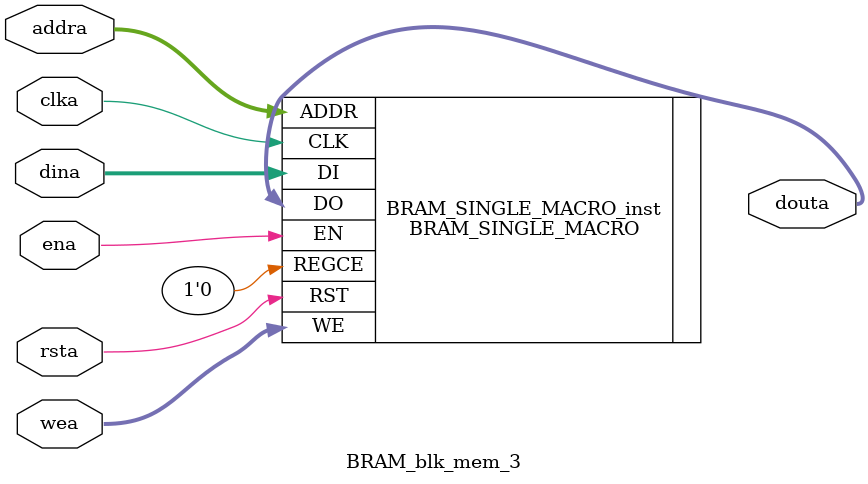
<source format=v>
`timescale 1ns/1ps

module BRAM_blk_mem_3 (
  clka,
  ena,
  wea,
  addra,
  dina,
  douta,
  rsta
);


input wire clka;

input wire ena;

input wire rsta;

input wire [1 : 0] wea;

input wire [9 : 0] addra;

input wire [15 : 0] dina;

output wire [15 : 0] douta;


// BRAM_SINGLE_MACRO : In order to incorporate this function into the design,
//   Verilog   : the following instance declaration needs to be placed
//  instance   : in the body of the design code.  The instance name
// declaration : (BRAM_SINGLE_MACRO_inst) and/or the port declarations within the
//    code     : parenthesis may be changed to properly reference and
//             : connect this function to the design.  All inputs
//             : and outputs must be connected.

//  <-----Cut code below this line---->

   // BRAM_SINGLE_MACRO: Single Port RAM
   //                    Artix-7
   // Xilinx HDL Language Template, version 2016.4
   
   /////////////////////////////////////////////////////////////////////
   //  READ_WIDTH | BRAM_SIZE | READ Depth  | ADDR Width |            //
   // WRITE_WIDTH |           | WRITE Depth |            |  WE Width  //
   // ============|===========|=============|============|============//
   //    37-72    |  "36Kb"   |      512    |    9-bit   |    8-bit   //
   //    19-36    |  "36Kb"   |     1024    |   10-bit   |    4-bit   //
   //    19-36    |  "18Kb"   |      512    |    9-bit   |    4-bit   //
   //    10-18    |  "36Kb"   |     2048    |   11-bit   |    2-bit   //
   //    10-18    |  "18Kb"   |     1024    |   10-bit   |    2-bit   //
   //     5-9     |  "36Kb"   |     4096    |   12-bit   |    1-bit   //
   //     5-9     |  "18Kb"   |     2048    |   11-bit   |    1-bit   //
   //     3-4     |  "36Kb"   |     8192    |   13-bit   |    1-bit   //
   //     3-4     |  "18Kb"   |     4096    |   12-bit   |    1-bit   //
   //       2     |  "36Kb"   |    16384    |   14-bit   |    1-bit   //
   //       2     |  "18Kb"   |     8192    |   13-bit   |    1-bit   //
   //       1     |  "36Kb"   |    32768    |   15-bit   |    1-bit   //
   //       1     |  "18Kb"   |    16384    |   14-bit   |    1-bit   //
   /////////////////////////////////////////////////////////////////////

   BRAM_SINGLE_MACRO #(
      .BRAM_SIZE("18Kb"), // Target BRAM, "18Kb" or "36Kb" 
      .DEVICE("7SERIES"), // Target Device: "7SERIES" 
      .DO_REG(0), // Optional output register (0 or 1)
      .INIT(36'h000000000), // Initial values on output port
      .INIT_FILE ("weight_3.mem"),
      .WRITE_WIDTH(16), // Valid values are 1-72 (37-72 only valid when BRAM_SIZE="36Kb")
      .READ_WIDTH(16),  // Valid values are 1-72 (37-72 only valid when BRAM_SIZE="36Kb")
      .SRVAL(36'h000000000), // Set/Reset value for port output
      .WRITE_MODE("WRITE_FIRST"), // "WRITE_FIRST", "READ_FIRST", or "NO_CHANGE" 
      .INIT_00(256'h0000000000000000000000000000000000000000000000000000000000000000),
      .INIT_01(256'h0000000000000000000000000000000000000000000000000000000000000000),
      .INIT_02(256'h0000000000000000000000000000000000000000000000000000000000000000),
      .INIT_03(256'h0000000000000000000000000000000000000000000000000000000000000000),
      .INIT_04(256'h0000000000000000000000000000000000000000000000000000000000000000),
      .INIT_05(256'h0000000000000000000000000000000000000000000000000000000000000000),
      .INIT_06(256'h0000000000000000000000000000000000000000000000000000000000000000),
      .INIT_07(256'h0000000000000000000000000000000000000000000000000000000000000000),
      .INIT_08(256'h0000000000000000000000000000000000000000000000000000000000000000),
      .INIT_09(256'h0000000000000000000000000000000000000000000000000000000000000000),
      .INIT_0A(256'h0000000000000000000000000000000000000000000000000000000000000000),
      .INIT_0B(256'h0000000000000000000000000000000000000000000000000000000000000000),
      .INIT_0C(256'h0000000000000000000000000000000000000000000000000000000000000000),
      .INIT_0D(256'h0000000000000000000000000000000000000000000000000000000000000000),
      .INIT_0E(256'h0000000000000000000000000000000000000000000000000000000000000000),
      .INIT_0F(256'h0000000000000000000000000000000000000000000000000000000000000000),
      .INIT_10(256'h0000000000000000000000000000000000000000000000000000000000000000),
      .INIT_11(256'h0000000000000000000000000000000000000000000000000000000000000000),
      .INIT_12(256'h0000000000000000000000000000000000000000000000000000000000000000),
      .INIT_13(256'h0000000000000000000000000000000000000000000000000000000000000000),
      .INIT_14(256'h0000000000000000000000000000000000000000000000000000000000000000),
      .INIT_15(256'h0000000000000000000000000000000000000000000000000000000000000000),
      .INIT_16(256'h0000000000000000000000000000000000000000000000000000000000000000),
      .INIT_17(256'h0000000000000000000000000000000000000000000000000000000000000000),
      .INIT_18(256'h0000000000000000000000000000000000000000000000000000000000000000),
      .INIT_19(256'h0000000000000000000000000000000000000000000000000000000000000000),
      .INIT_1A(256'h0000000000000000000000000000000000000000000000000000000000000000),
      .INIT_1B(256'h0000000000000000000000000000000000000000000000000000000000000000),
      .INIT_1C(256'h0000000000000000000000000000000000000000000000000000000000000000),
      .INIT_1D(256'h0000000000000000000000000000000000000000000000000000000000000000),
      .INIT_1E(256'h0000000000000000000000000000000000000000000000000000000000000000),
      .INIT_1F(256'h0000000000000000000000000000000000000000000000000000000000000000),
      .INIT_20(256'h0000000000000000000000000000000000000000000000000000000000000000),
      .INIT_21(256'h0000000000000000000000000000000000000000000000000000000000000000),
      .INIT_22(256'h0000000000000000000000000000000000000000000000000000000000000000),
      .INIT_23(256'h0000000000000000000000000000000000000000000000000000000000000000),
      .INIT_24(256'h0000000000000000000000000000000000000000000000000000000000000000),
      .INIT_25(256'h0000000000000000000000000000000000000000000000000000000000000000),
      .INIT_26(256'h0000000000000000000000000000000000000000000000000000000000000000),
      .INIT_27(256'h0000000000000000000000000000000000000000000000000000000000000000),
      .INIT_28(256'h0000000000000000000000000000000000000000000000000000000000000000),
      .INIT_29(256'h0000000000000000000000000000000000000000000000000000000000000000),
      .INIT_2A(256'h0000000000000000000000000000000000000000000000000000000000000000),
      .INIT_2B(256'h0000000000000000000000000000000000000000000000000000000000000000),
      .INIT_2C(256'h0000000000000000000000000000000000000000000000000000000000000000),
      .INIT_2D(256'h0000000000000000000000000000000000000000000000000000000000000000),
      .INIT_2E(256'h0000000000000000000000000000000000000000000000000000000000000000),
      .INIT_2F(256'h0000000000000000000000000000000000000000000000000000000000000000),
      .INIT_30(256'h0000000000000000000000000000000000000000000000000000000000000000),
      .INIT_31(256'h0000000000000000000000000000000000000000000000000000000000000000),
      .INIT_32(256'h0000000000000000000000000000000000000000000000000000000000000000),
      .INIT_33(256'h0000000000000000000000000000000000000000000000000000000000000000),
      .INIT_34(256'h0000000000000000000000000000000000000000000000000000000000000000),
      .INIT_35(256'h0000000000000000000000000000000000000000000000000000000000000000),
      .INIT_36(256'h0000000000000000000000000000000000000000000000000000000000000000),
      .INIT_37(256'h0000000000000000000000000000000000000000000000000000000000000000),
      .INIT_38(256'h0000000000000000000000000000000000000000000000000000000000000000),
      .INIT_39(256'h0000000000000000000000000000000000000000000000000000000000000000),
      .INIT_3A(256'h0000000000000000000000000000000000000000000000000000000000000000),
      .INIT_3B(256'h0000000000000000000000000000000000000000000000000000000000000000),
      .INIT_3C(256'h0000000000000000000000000000000000000000000000000000000000000000),
      .INIT_3D(256'h0000000000000000000000000000000000000000000000000000000000000000),
      .INIT_3E(256'h0000000000000000000000000000000000000000000000000000000000000000),
      .INIT_3F(256'h0000000000000000000000000000000000000000000000000000000000000000),
      
      // The next set of INIT_xx are valid when configured as 36Kb
      .INIT_40(256'h0000000000000000000000000000000000000000000000000000000000000000),
      .INIT_41(256'h0000000000000000000000000000000000000000000000000000000000000000),
      .INIT_42(256'h0000000000000000000000000000000000000000000000000000000000000000),
      .INIT_43(256'h0000000000000000000000000000000000000000000000000000000000000000),
      .INIT_44(256'h0000000000000000000000000000000000000000000000000000000000000000),
      .INIT_45(256'h0000000000000000000000000000000000000000000000000000000000000000),
      .INIT_46(256'h0000000000000000000000000000000000000000000000000000000000000000),
      .INIT_47(256'h0000000000000000000000000000000000000000000000000000000000000000),
      .INIT_48(256'h0000000000000000000000000000000000000000000000000000000000000000),
      .INIT_49(256'h0000000000000000000000000000000000000000000000000000000000000000),
      .INIT_4A(256'h0000000000000000000000000000000000000000000000000000000000000000),
      .INIT_4B(256'h0000000000000000000000000000000000000000000000000000000000000000),
      .INIT_4C(256'h0000000000000000000000000000000000000000000000000000000000000000),
      .INIT_4D(256'h0000000000000000000000000000000000000000000000000000000000000000),
      .INIT_4E(256'h0000000000000000000000000000000000000000000000000000000000000000),
      .INIT_4F(256'h0000000000000000000000000000000000000000000000000000000000000000),
      .INIT_50(256'h0000000000000000000000000000000000000000000000000000000000000000),
      .INIT_51(256'h0000000000000000000000000000000000000000000000000000000000000000),
      .INIT_52(256'h0000000000000000000000000000000000000000000000000000000000000000),
      .INIT_53(256'h0000000000000000000000000000000000000000000000000000000000000000),
      .INIT_54(256'h0000000000000000000000000000000000000000000000000000000000000000),
      .INIT_55(256'h0000000000000000000000000000000000000000000000000000000000000000),
      .INIT_56(256'h0000000000000000000000000000000000000000000000000000000000000000),
      .INIT_57(256'h0000000000000000000000000000000000000000000000000000000000000000),
      .INIT_58(256'h0000000000000000000000000000000000000000000000000000000000000000),
      .INIT_59(256'h0000000000000000000000000000000000000000000000000000000000000000),
      .INIT_5A(256'h0000000000000000000000000000000000000000000000000000000000000000),
      .INIT_5B(256'h0000000000000000000000000000000000000000000000000000000000000000),
      .INIT_5C(256'h0000000000000000000000000000000000000000000000000000000000000000),
      .INIT_5D(256'h0000000000000000000000000000000000000000000000000000000000000000),
      .INIT_5E(256'h0000000000000000000000000000000000000000000000000000000000000000),
      .INIT_5F(256'h0000000000000000000000000000000000000000000000000000000000000000),
      .INIT_60(256'h0000000000000000000000000000000000000000000000000000000000000000),
      .INIT_61(256'h0000000000000000000000000000000000000000000000000000000000000000),
      .INIT_62(256'h0000000000000000000000000000000000000000000000000000000000000000),
      .INIT_63(256'h0000000000000000000000000000000000000000000000000000000000000000),
      .INIT_64(256'h0000000000000000000000000000000000000000000000000000000000000000),
      .INIT_65(256'h0000000000000000000000000000000000000000000000000000000000000000),
      .INIT_66(256'h0000000000000000000000000000000000000000000000000000000000000000),
      .INIT_67(256'h0000000000000000000000000000000000000000000000000000000000000000),
      .INIT_68(256'h0000000000000000000000000000000000000000000000000000000000000000),
      .INIT_69(256'h0000000000000000000000000000000000000000000000000000000000000000),
      .INIT_6A(256'h0000000000000000000000000000000000000000000000000000000000000000),
      .INIT_6B(256'h0000000000000000000000000000000000000000000000000000000000000000),
      .INIT_6C(256'h0000000000000000000000000000000000000000000000000000000000000000),
      .INIT_6D(256'h0000000000000000000000000000000000000000000000000000000000000000),
      .INIT_6E(256'h0000000000000000000000000000000000000000000000000000000000000000),
      .INIT_6F(256'h0000000000000000000000000000000000000000000000000000000000000000),
      .INIT_70(256'h0000000000000000000000000000000000000000000000000000000000000000),
      .INIT_71(256'h0000000000000000000000000000000000000000000000000000000000000000),
      .INIT_72(256'h0000000000000000000000000000000000000000000000000000000000000000),
      .INIT_73(256'h0000000000000000000000000000000000000000000000000000000000000000),
      .INIT_74(256'h0000000000000000000000000000000000000000000000000000000000000000),
      .INIT_75(256'h0000000000000000000000000000000000000000000000000000000000000000),
      .INIT_76(256'h0000000000000000000000000000000000000000000000000000000000000000),
      .INIT_77(256'h0000000000000000000000000000000000000000000000000000000000000000),
      .INIT_78(256'h0000000000000000000000000000000000000000000000000000000000000000),
      .INIT_79(256'h0000000000000000000000000000000000000000000000000000000000000000),
      .INIT_7A(256'h0000000000000000000000000000000000000000000000000000000000000000),
      .INIT_7B(256'h0000000000000000000000000000000000000000000000000000000000000000),
      .INIT_7C(256'h0000000000000000000000000000000000000000000000000000000000000000),
      .INIT_7D(256'h0000000000000000000000000000000000000000000000000000000000000000),
      .INIT_7E(256'h0000000000000000000000000000000000000000000000000000000000000000),
      .INIT_7F(256'h0000000000000000000000000000000000000000000000000000000000000000),
      
      // The next set of INITP_xx are for the parity bits
      .INITP_00(256'h0000000000000000000000000000000000000000000000000000000000000000),
      .INITP_01(256'h0000000000000000000000000000000000000000000000000000000000000000),
      .INITP_02(256'h0000000000000000000000000000000000000000000000000000000000000000),
      .INITP_03(256'h0000000000000000000000000000000000000000000000000000000000000000),
      .INITP_04(256'h0000000000000000000000000000000000000000000000000000000000000000),
      .INITP_05(256'h0000000000000000000000000000000000000000000000000000000000000000),
      .INITP_06(256'h0000000000000000000000000000000000000000000000000000000000000000),
      .INITP_07(256'h0000000000000000000000000000000000000000000000000000000000000000),
      
      // The next set of INIT_xx are valid when configured as 36Kb
      .INITP_08(256'h0000000000000000000000000000000000000000000000000000000000000000),
      .INITP_09(256'h0000000000000000000000000000000000000000000000000000000000000000),
      .INITP_0A(256'h0000000000000000000000000000000000000000000000000000000000000000),
      .INITP_0B(256'h0000000000000000000000000000000000000000000000000000000000000000),
      .INITP_0C(256'h0000000000000000000000000000000000000000000000000000000000000000),
      .INITP_0D(256'h0000000000000000000000000000000000000000000000000000000000000000),
      .INITP_0E(256'h0000000000000000000000000000000000000000000000000000000000000000),
      .INITP_0F(256'h0000000000000000000000000000000000000000000000000000000000000000)
   ) BRAM_SINGLE_MACRO_inst (
      .DO(douta),       // Output data, width defined by READ_WIDTH parameter
      .ADDR(addra),   // Input address, width defined by read/write port depth
      .CLK(clka),     // 1-bit input clock
      .DI(dina),       // Input data port, width defined by WRITE_WIDTH parameter
      .EN(ena),       // 1-bit input RAM enable
      .REGCE(1'D0), // 1-bit input output register enable
      .RST(rsta),     // 1-bit input reset
      .WE(wea)        // Input write enable, width defined by write port depth
   );

   // End of BRAM_SINGLE_MACRO_inst instantiation
				
				
				
  
endmodule

</source>
